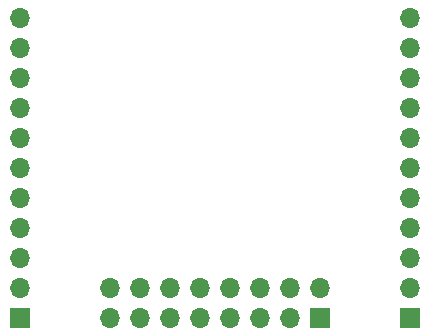
<source format=gbr>
%TF.GenerationSoftware,KiCad,Pcbnew,7.0.8*%
%TF.CreationDate,2024-01-12T13:16:21+01:00*%
%TF.ProjectId,adapter_ESP32,61646170-7465-4725-9f45-535033322e6b,rev?*%
%TF.SameCoordinates,Original*%
%TF.FileFunction,Soldermask,Bot*%
%TF.FilePolarity,Negative*%
%FSLAX46Y46*%
G04 Gerber Fmt 4.6, Leading zero omitted, Abs format (unit mm)*
G04 Created by KiCad (PCBNEW 7.0.8) date 2024-01-12 13:16:21*
%MOMM*%
%LPD*%
G01*
G04 APERTURE LIST*
%ADD10R,1.700000X1.700000*%
%ADD11O,1.700000X1.700000*%
G04 APERTURE END LIST*
D10*
%TO.C,J2*%
X63500000Y-66040000D03*
D11*
X63500000Y-63500000D03*
X60960000Y-66040000D03*
X60960000Y-63500000D03*
X58420000Y-66040000D03*
X58420000Y-63500000D03*
X55880000Y-66040000D03*
X55880000Y-63500000D03*
X53340000Y-66040000D03*
X53340000Y-63500000D03*
X50800000Y-66040000D03*
X50800000Y-63500000D03*
X48260000Y-66040000D03*
X48260000Y-63500000D03*
X45720000Y-66040000D03*
X45720000Y-63500000D03*
%TD*%
D10*
%TO.C,J1*%
X38100000Y-66040000D03*
D11*
X38100000Y-63500000D03*
X38100000Y-60960000D03*
X38100000Y-58420000D03*
X38100000Y-55880000D03*
X38100000Y-53340000D03*
X38100000Y-50800000D03*
X38100000Y-48260000D03*
X38100000Y-45720000D03*
X38100000Y-43180000D03*
X38100000Y-40640000D03*
%TD*%
D10*
%TO.C,J3*%
X71120000Y-66040000D03*
D11*
X71120000Y-63500000D03*
X71120000Y-60960000D03*
X71120000Y-58420000D03*
X71120000Y-55880000D03*
X71120000Y-53340000D03*
X71120000Y-50800000D03*
X71120000Y-48260000D03*
X71120000Y-45720000D03*
X71120000Y-43180000D03*
X71120000Y-40640000D03*
%TD*%
M02*

</source>
